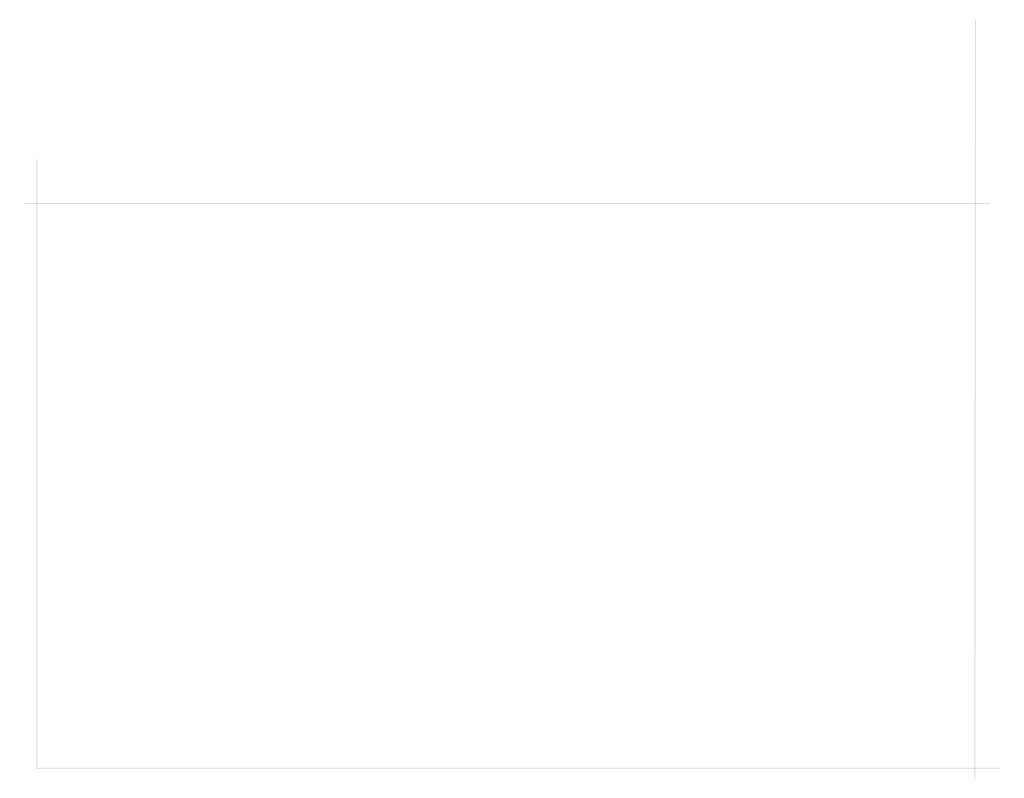
<source format=gbr>
G04 #@! TF.FileFunction,Profile,NP*
%FSLAX46Y46*%
G04 Gerber Fmt 4.6, Leading zero omitted, Abs format (unit mm)*
G04 Created by KiCad (PCBNEW 4.0.7) date 05/05/18 03:18:50*
%MOMM*%
%LPD*%
G01*
G04 APERTURE LIST*
%ADD10C,0.100000*%
G04 APERTURE END LIST*
D10*
X32512000Y-40640000D02*
X377444000Y-40640000D01*
X372110000Y-246380000D02*
X372364000Y25273000D01*
X36830000Y-242570000D02*
X381000000Y-242570000D01*
X36830000Y-24765000D02*
X36830000Y-242570000D01*
X36830000Y-242570000D02*
X36830000Y-24765000D01*
M02*

</source>
